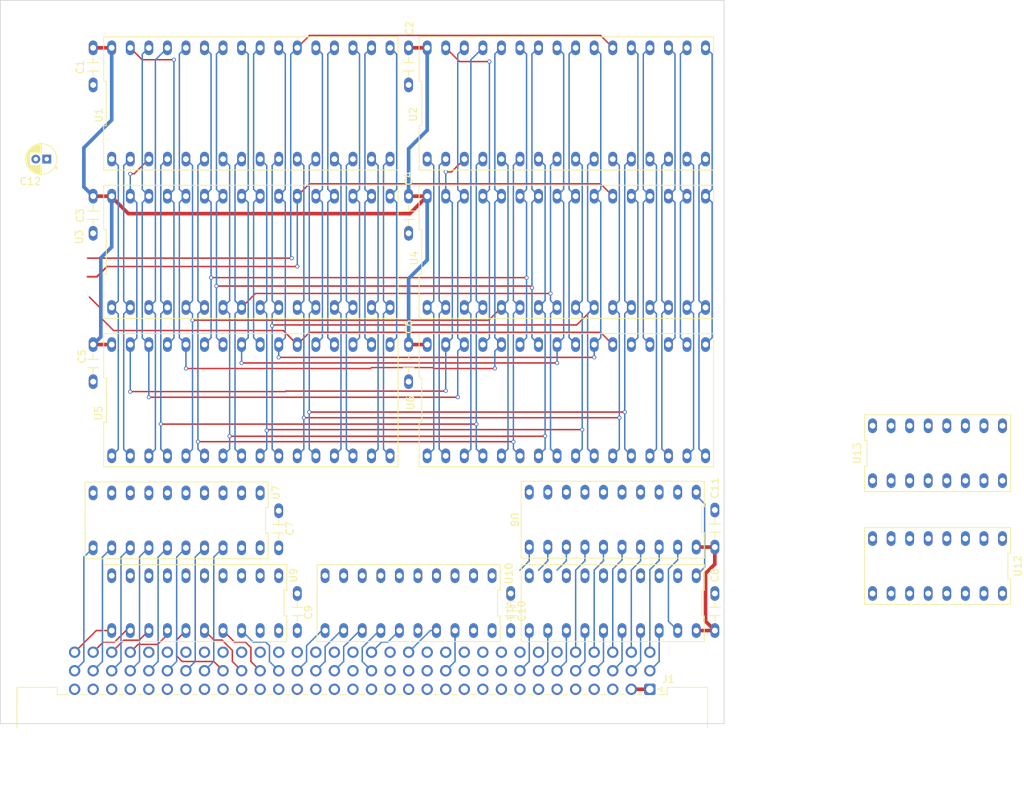
<source format=kicad_pcb>
(kicad_pcb (version 20211014) (generator pcbnew)
  (layers (0 "F.Cu" signal) (1 "In1.Cu" signal) (2 "In2.Cu" signal) (31 "B.Cu" signal) (34 "B.Paste" user) (35 "F.Paste" user) (36 "B.SilkS" user "B.Silkscreen") (37 "F.SilkS" user "F.Silkscreen") (38 "B.Mask" user) (39 "F.Mask" user) (44 "Edge.Cuts" user))
  (net 0 "")
  (net 1 "/A19")
  (net 2 "/A17")
  (net 3 "/A15")
  (net 4 "/A13")
  (net 5 "/A8")
  (net 6 "/A7")
  (net 7 "/A6")
  (net 8 "/A5")
  (net 9 "/A4")
  (net 10 "/A3")
  (net 11 "/A2")
  (net 12 "/A1")
  (net 13 "/D0")
  (net 14 "/D1")
  (net 15 "/D2")
  (net 16 "GND")
  (net 17 "/D3")
  (net 18 "/D4")
  (net 19 "/D5")
  (net 20 "/D6")
  (net 21 "/D7")
  (net 22 "/A11")
  (net 23 "/~RD_L")
  (net 24 "/A12")
  (net 25 "/A10")
  (net 26 "/A9")
  (net 27 "/A14")
  (net 28 "/~WR_L")
  (net 29 "/A18")
  (net 30 "/A16")
  (net 31 "+5V")
  (net 32 "/D8")
  (net 33 "/D9")
  (net 34 "/D10")
  (net 35 "/D11")
  (net 36 "/D12")
  (net 37 "/D13")
  (net 38 "/D14")
  (net 39 "/D15")
  (net 40 "/~RD_U")
  (net 41 "/~WR_U")
  (net 42 "/TMP0")
  (net 43 "/TMP1")
  (net 44 "/TMP2")
  (net 45 "/TMP3")
  (net 46 "/TMP4")
  (net 47 "/TMP5")
  (net 48 "/TMP10")
  (net 49 "/TMP11")
  (net 50 "/TMP12")
  (net 51 "/TMP13")
  (net 52 "/TMP14")
  (net 53 "/TMP15")
  (net 54 "/TMP16")
  (net 55 "/~A23")
  (net 56 "/~A22")
  (net 57 "/~A21")
  (net 58 "/~A20")
  (net 59 "/A23")
  (net 60 "/A22")
  (net 61 "/A21")
  (net 62 "/A20")
  (net 63 "/~AS")
  (net 64 "/~UDS")
  (net 65 "/~LDS")
  (net 66 "/~DTACK")
  (net 67 "/~BG")
  (net 68 "/~BGACK")
  (net 69 "/~BR")
  (net 70 "/CLK")
  (net 71 "/~HALT")
  (net 72 "/~RST")
  (net 73 "/~VMA")
  (net 74 "/E")
  (net 75 "/~VPA")
  (net 76 "/R{slash}~W")
  (net 77 "/~BERR")
  (net 78 "/~IPL2")
  (net 79 "/~IPL1")
  (net 80 "/~IPL0")
  (net 81 "/FC2")
  (net 82 "/FC1")
  (net 83 "/FC0")
  (net 84 "/BA19")
  (net 85 "/BA17")
  (net 86 "/BA15")
  (net 87 "/BA13")
  (net 88 "/BA8")
  (net 89 "/BA7")
  (net 90 "/BA6")
  (net 91 "/BA5")
  (net 92 "/BA4")
  (net 93 "/BA3")
  (net 94 "/BA2")
  (net 95 "/BA1")
  (net 96 "/BD0")
  (net 97 "/BD1")
  (net 98 "/BD2")
  (net 99 "/BD3")
  (net 100 "/BD4")
  (net 101 "/BD5")
  (net 102 "/BD6")
  (net 103 "/BD7")
  (net 104 "/BA11")
  (net 105 "/BA12")
  (net 106 "/BA10")
  (net 107 "/BA9")
  (net 108 "/BA14")
  (net 109 "/BA18")
  (net 110 "/BA16")
  (net 111 "/BD8")
  (net 112 "/BD9")
  (net 113 "/BD10")
  (net 114 "/BD11")
  (net 115 "/BD12")
  (net 116 "/BD13")
  (net 117 "/BD14")
  (net 118 "/BD15")
  (net 119 "/~BS")
  (net 120 "/TMP17")
  (net 121 "/TMP18")
  (net 122 "/TMP19")
  (net 123 "/~BS_0")
  (net 124 "/~BWR_L")
  (net 125 "/~BRD_L")
  (net 126 "/~BWR_U")
  (net 127 "/~BRD_U")
  (net 128 "/~BS_1")
  (net 129 "/~BS_2")
  (footprint "Footpp:DIP-2_200_ELL" (layer "F.Cu") (at 26.67 24.28 180)
    (fp_text reference "C1")
    (fp_text value "100n")
  )
  (footprint "Footpp:DIP-20" (layer "F.Cu") (at 38.1 86.46 180)
    (fp_text reference "U7")
    (fp_text value "74HC245")
  )
  (footprint "Capacitor_THT:CP_Radial_D4.0mm_P1.50mm" (layer "F.Cu") (at 20.32 36.98 180)
    (fp_text reference "C12")
    (fp_text value "C_Polarized")
  )
  (footprint "Footpp:DIP-20" (layer "F.Cu") (at 97.79 97.79 180)
    (fp_text reference "U11")
    (fp_text value "74HC245")
  )
  (footprint "Footpp:DIP-2_200_ELL" (layer "F.Cu") (at 69.85 44.6 180)
    (fp_text reference "C4")
    (fp_text value "100n")
  )
  (footprint "Footpp:DIP-2_200_ELL" (layer "F.Cu") (at 54.61 99.01)
    (fp_text reference "C9")
    (fp_text value "100n")
  )
  (footprint "Footpp:DIP-2_200_ELL" (layer "F.Cu") (at 111.76 99.01)
    (fp_text reference "C8")
    (fp_text value "100n")
  )
  (footprint "Footpp:DIP-2_200_ELL" (layer "F.Cu") (at 69.85 24.28 180)
    (fp_text reference "C2")
    (fp_text value "100n")
  )
  (footprint "Footpp:DIP-20" (layer "F.Cu") (at 97.79 86.36 180)
    (fp_text reference "U8")
    (fp_text value "74HC245")
  )
  (footprint "Footpp:DIP-32_600_ELL" (layer "F.Cu") (at 91.44 49.68)
    (fp_text reference "U4")
    (fp_text value "AS6C4008-55PCN")
  )
  (footprint "Footpp:DIP-2_200_ELL" (layer "F.Cu") (at 26.67 44.6 180)
    (fp_text reference "C3")
    (fp_text value "100n")
  )
  (footprint "Footpp:DIP-2_200_ELL" (layer "F.Cu") (at 26.67 64.92 180)
    (fp_text reference "C5")
    (fp_text value "100n")
  )
  (footprint "Footpp:DIP-20" (layer "F.Cu") (at 69.85 97.79 180)
    (fp_text reference "U10")
    (fp_text value "74HC245")
  )
  (footprint "Footpp:DIP-2_200_ELL" (layer "F.Cu") (at 52.07 87.68)
    (fp_text reference "C7")
    (fp_text value "100n")
  )
  (footprint "Footpp:DIP-32_600_ELL" (layer "F.Cu") (at 91.44 70)
    (fp_text reference "U6")
    (fp_text value "AS6C4008-55PCN")
  )
  (footprint "Footpp:DIP-16" (layer "F.Cu") (at 142.24 77.26)
    (fp_text reference "U13")
    (fp_text value "74LS138")
  )
  (footprint "Footpp:DIP-16" (layer "F.Cu") (at 142.24 92.71 180)
    (fp_text reference "U12")
    (fp_text value "74LS85")
  )
  (footprint "Footpp:DIP-32_600_ELL" (layer "F.Cu") (at 91.44 29.36)
    (fp_text reference "U2")
    (fp_text value "SST39F040")
  )
  (footprint "Footpp:DIP-2_200_ELL" (layer "F.Cu") (at 69.85 64.92 180)
    (fp_text reference "C6")
    (fp_text value "100n")
  )
  (footprint "Footpp:DIP-32_600_ELL" (layer "F.Cu") (at 48.26 49.68)
    (fp_text reference "U3")
    (fp_text value "AS6C4008-55PCN")
  )
  (footprint "Footpp:DIP-20" (layer "F.Cu") (at 40.64 97.79 180)
    (fp_text reference "U9")
    (fp_text value "74HC245")
  )
  (footprint "Footpp:DIP-32_600_ELL" (layer "F.Cu") (at 48.26 29.36)
    (fp_text reference "U1")
    (fp_text value "SST39F040")
  )
  (footprint "Connector_DIN:DIN41612_R_3x32_Male_Horizontal_THT" (layer "F.Cu") (at 102.87 109.595 180)
    (fp_text reference "J1")
    (fp_text value "3x32")
  )
  (footprint "Footpp:DIP-32_600_ELL" (layer "F.Cu") (at 48.26 70)
    (fp_text reference "U5")
    (fp_text value "AS6C4008-55PCN")
  )
  (footprint "Footpp:DIP-2_200_ELL" (layer "F.Cu") (at 111.76 87.58)
    (fp_text reference "C11")
    (fp_text value "100n")
  )
  (footprint "Footpp:DIP-2_200_ELL" (layer "F.Cu") (at 83.82 99.01)
    (fp_text reference "C10")
    (fp_text value "100n")
  )
  (gr_rect (start 13.97 15.24) (end 113.03 114.3) (layer "Edge.Cuts") (width 0.1) (fill none))
  (segment (start 60.96 105.785) (end 60.96 103.759) (width 0.2) (layer "B.Cu") (net 1))
  (segment (start 63.169 101.55) (end 63.5 101.55) (width 0.2) (layer "B.Cu") (net 1))
  (segment (start 59.69 107.055) (end 60.96 105.785) (width 0.2) (layer "B.Cu") (net 1))
  (segment (start 60.96 103.759) (end 63.169 101.55) (width 0.2) (layer "B.Cu") (net 1))
  (segment (start 57.962 101.55) (end 58.42 101.55) (width 0.2) (layer "B.Cu") (net 2))
  (segment (start 55.88 105.785) (end 55.88 103.632) (width 0.2) (layer "B.Cu") (net 2))
  (segment (start 54.61 107.055) (end 55.88 105.785) (width 0.2) (layer "B.Cu") (net 2))
  (segment (start 55.88 103.632) (end 57.962 101.55) (width 0.2) (layer "B.Cu") (net 2))
  (segment (start 47.498 103.124) (end 48.26 103.886) (width 0.2) (layer "F.Cu") (net 3))
  (segment (start 48.26 103.886) (end 48.26 105.785) (width 0.2) (layer "F.Cu") (net 3))
  (segment (start 44.45 101.55) (end 46.024 103.124) (width 0.2) (layer "F.Cu") (net 3))
  (segment (start 46.024 103.124) (end 47.498 103.124) (width 0.2) (layer "F.Cu") (net 3))
  (segment (start 48.26 105.785) (end 49.53 107.055) (width 0.2) (layer "F.Cu") (net 3))
  (segment (start 43.186 105.791) (end 44.45 107.055) (width 0.2) (layer "F.Cu") (net 4))
  (segment (start 38.1 105.029) (end 38.862 105.791) (width 0.2) (layer "F.Cu") (net 4))
  (segment (start 39.37 101.55) (end 38.1 102.82) (width 0.2) (layer "F.Cu") (net 4))
  (segment (start 38.1 102.82) (end 38.1 105.029) (width 0.2) (layer "F.Cu") (net 4))
  (segment (start 38.862 105.791) (end 43.186 105.791) (width 0.2) (layer "F.Cu") (net 4))
  (segment (start 31.75 107.055) (end 33.02 105.785) (width 0.2) (layer "B.Cu") (net 5))
  (segment (start 34.24 90.22) (end 34.29 90.22) (width 0.2) (layer "B.Cu") (net 5))
  (segment (start 33.02 91.44) (end 34.24 90.22) (width 0.2) (layer "B.Cu") (net 5))
  (segment (start 33.02 105.785) (end 33.02 91.44) (width 0.2) (layer "B.Cu") (net 5))
  (segment (start 29.21 107.055) (end 30.48 105.785) (width 0.2) (layer "B.Cu") (net 6))
  (segment (start 30.48 105.785) (end 30.48 91.49) (width 0.2) (layer "B.Cu") (net 6))
  (segment (start 30.48 91.49) (end 31.75 90.22) (width 0.2) (layer "B.Cu") (net 6))
  (segment (start 27.94 105.785) (end 27.94 91.49) (width 0.2) (layer "B.Cu") (net 7))
  (segment (start 27.94 91.49) (end 29.21 90.22) (width 0.2) (layer "B.Cu") (net 7))
  (segment (start 26.67 107.055) (end 27.94 105.785) (width 0.2) (layer "B.Cu") (net 7))
  (segment (start 25.4 91.49) (end 26.67 90.22) (width 0.2) (layer "B.Cu") (net 8))
  (segment (start 24.13 107.055) (end 25.4 105.785) (width 0.2) (layer "B.Cu") (net 8))
  (segment (start 25.4 105.785) (end 25.4 91.49) (width 0.2) (layer "B.Cu") (net 8))
  (segment (start 27.095 101.55) (end 24.13 104.515) (width 0.2) (layer "F.Cu") (net 9))
  (segment (start 29.21 101.55) (end 27.095 101.55) (width 0.2) (layer "F.Cu") (net 9))
  (segment (start 28.061 103.124) (end 26.67 104.515) (width 0.2) (layer "F.Cu") (net 10))
  (segment (start 31.165 101.55) (end 29.591 103.124) (width 0.2) (layer "F.Cu") (net 10))
  (segment (start 31.75 101.55) (end 31.165 101.55) (width 0.2) (layer "F.Cu") (net 10))
  (segment (start 29.591 103.124) (end 28.061 103.124) (width 0.2) (layer "F.Cu") (net 10))
  (segment (start 29.21 104.515) (end 30.855 102.87) (width 0.2) (layer "F.Cu") (net 11))
  (segment (start 30.855 102.87) (end 32.97 102.87) (width 0.2) (layer "F.Cu") (net 11))
  (segment (start 32.97 102.87) (end 34.29 101.55) (width 0.2) (layer "F.Cu") (net 11))
  (segment (start 31.75 104.515) (end 32.824511 103.440489) (width 0.2) (layer "F.Cu") (net 12))
  (segment (start 35.497511 103.440489) (end 36.83 102.108) (width 0.2) (layer "F.Cu") (net 12))
  (segment (start 32.824511 103.440489) (end 35.497511 103.440489) (width 0.2) (layer "F.Cu") (net 12))
  (segment (start 36.83 102.108) (end 36.83 101.55) (width 0.2) (layer "F.Cu") (net 12))
  (segment (start 92.71 104.515) (end 92.71 93.268) (width 0.2) (layer "B.Cu") (net 13))
  (segment (start 92.71 93.268) (end 93.98 91.998) (width 0.2) (layer "B.Cu") (net 13))
  (segment (start 93.98 91.998) (end 93.98 90.17) (width 0.2) (layer "B.Cu") (net 13))
  (segment (start 95.25 93.268) (end 96.52 91.998) (width 0.2) (layer "B.Cu") (net 14))
  (segment (start 96.52 91.998) (end 96.52 90.17) (width 0.2) (layer "B.Cu") (net 14))
  (segment (start 95.25 93.268) (end 95.25 104.515) (width 0.2) (layer "B.Cu") (net 14))
  (segment (start 97.79 104.515) (end 97.79 93.141) (width 0.2) (layer "B.Cu") (net 15))
  (segment (start 97.79 93.141) (end 99.06 91.871) (width 0.2) (layer "B.Cu") (net 15))
  (segment (start 99.06 91.871) (end 99.06 90.043) (width 0.2) (layer "B.Cu") (net 15))
  (segment (start 66.41048 37.85652) (end 67.31 36.957) (width 0.2) (layer "B.Cu") (net 16))
  (segment (start 109.59048 58.15352) (end 110.49 57.254) (width 0.2) (layer "B.Cu") (net 16))
  (segment (start 66.41048 58.17652) (end 67.31 57.277) (width 0.2) (layer "B.Cu") (net 16))
  (segment (start 66.41048 76.69748) (end 66.41048 58.17652) (width 0.2) (layer "B.Cu") (net 16))
  (segment (start 109.59048 76.67448) (end 109.59048 58.15352) (width 0.2) (layer "B.Cu") (net 16))
  (segment (start 110.49 57.254) (end 109.59048 56.35448) (width 0.2) (layer "B.Cu") (net 16))
  (segment (start 67.31 77.597) (end 66.41048 76.69748) (width 0.2) (layer "B.Cu") (net 16))
  (segment (start 67.31 57.277) (end 66.41048 56.37748) (width 0.2) (layer "B.Cu") (net 16))
  (segment (start 109.59048 56.35448) (end 109.59048 37.83352) (width 0.2) (layer "B.Cu") (net 16))
  (segment (start 110.49 77.574) (end 109.59048 76.67448) (width 0.2) (layer "B.Cu") (net 16))
  (segment (start 66.41048 56.37748) (end 66.41048 37.85652) (width 0.2) (layer "B.Cu") (net 16))
  (segment (start 109.59048 37.83352) (end 110.49 36.934) (width 0.2) (layer "B.Cu") (net 16))
  (segment (start 101.6 91.998) (end 100.33 93.268) (width 0.2) (layer "B.Cu") (net 17))
  (segment (start 101.6 90.17) (end 101.6 91.998) (width 0.2) (layer "B.Cu") (net 17))
  (segment (start 100.33 93.268) (end 100.33 104.515) (width 0.2) (layer "B.Cu") (net 17))
  (segment (start 102.87 93.218) (end 104.14 91.948) (width 0.2) (layer "B.Cu") (net 18))
  (segment (start 104.14 91.948) (end 104.14 90.12) (width 0.2) (layer "B.Cu") (net 18))
  (segment (start 102.87 104.515) (end 102.87 93.218) (width 0.2) (layer "B.Cu") (net 18))
  (segment (start 102.87 107.055) (end 104.14 105.785) (width 0.2) (layer "B.Cu") (net 19))
  (segment (start 104.14 105.785) (end 104.14 101.55) (width 0.2) (layer "B.Cu") (net 19))
  (segment (start 101.6 105.785) (end 101.6 101.55) (width 0.2) (layer "B.Cu") (net 20))
  (segment (start 100.33 107.055) (end 101.6 105.785) (width 0.2) (layer "B.Cu") (net 20))
  (segment (start 97.79 107.055) (end 99.06 105.785) (width 0.2) (layer "B.Cu") (net 21))
  (segment (start 99.06 105.785) (end 99.06 101.55) (width 0.2) (layer "B.Cu") (net 21))
  (segment (start 39.37 107.055) (end 40.64 105.785) (width 0.2) (layer "B.Cu") (net 22))
  (segment (start 40.64 91.49) (end 41.91 90.22) (width 0.2) (layer "B.Cu") (net 22))
  (segment (start 40.64 105.785) (end 40.64 91.49) (width 0.2) (layer "B.Cu") (net 22))
  (segment (start 76.2 101.55) (end 76.2 105.785) (width 0.2) (layer "B.Cu") (net 23))
  (segment (start 76.2 105.785) (end 74.93 107.055) (width 0.2) (layer "B.Cu") (net 23))
  (segment (start 41.91 107.055) (end 43.18 105.785) (width 0.2) (layer "B.Cu") (net 24))
  (segment (start 43.18 91.49) (end 44.45 90.22) (width 0.2) (layer "B.Cu") (net 24))
  (segment (start 43.18 105.785) (end 43.18 91.49) (width 0.2) (layer "B.Cu") (net 24))
  (segment (start 38.1 105.785) (end 38.1 91.49) (width 0.2) (layer "B.Cu") (net 25))
  (segment (start 38.1 91.49) (end 39.37 90.22) (width 0.2) (layer "B.Cu") (net 25))
  (segment (start 36.83 107.055) (end 38.1 105.785) (width 0.2) (layer "B.Cu") (net 25))
  (segment (start 35.56 105.785) (end 35.56 91.49) (width 0.2) (layer "B.Cu") (net 26))
  (segment (start 35.56 91.49) (end 36.83 90.22) (width 0.2) (layer "B.Cu") (net 26))
  (segment (start 34.29 107.055) (end 35.56 105.785) (width 0.2) (layer "B.Cu") (net 26))
  (segment (start 46.99 107.055) (end 45.72 105.785) (width 0.2) (layer "F.Cu") (net 27))
  (segment (start 44.304109 102.84952) (end 43.20952 102.84952) (width 0.2) (layer "F.Cu") (net 27))
  (segment (start 43.20952 102.84952) (end 41.91 101.55) (width 0.2) (layer "F.Cu") (net 27))
  (segment (start 45.72 105.785) (end 45.72 104.265411) (width 0.2) (layer "F.Cu") (net 27))
  (segment (start 45.72 104.265411) (end 44.304109 102.84952) (width 0.2) (layer "F.Cu") (net 27))
  (segment (start 65.836 101.55) (end 66.04 101.55) (width 0.2) (layer "B.Cu") (net 28))
  (segment (start 64.77 107.055) (end 63.5 105.785) (width 0.2) (layer "B.Cu") (net 28))
  (segment (start 63.5 103.886) (end 65.836 101.55) (width 0.2) (layer "B.Cu") (net 28))
  (segment (start 63.5 105.785) (end 63.5 103.886) (width 0.2) (layer "B.Cu") (net 28))
  (segment (start 57.15 107.055) (end 58.42 105.785) (width 0.2) (layer "B.Cu") (net 29))
  (segment (start 60.629 101.55) (end 60.96 101.55) (width 0.2) (layer "B.Cu") (net 29))
  (segment (start 58.42 105.785) (end 58.42 103.759) (width 0.2) (layer "B.Cu") (net 29))
  (segment (start 58.42 103.759) (end 60.629 101.55) (width 0.2) (layer "B.Cu") (net 29))
  (segment (start 50.8 103.632) (end 50.292 103.124) (width 0.2) (layer "B.Cu") (net 30))
  (segment (start 52.07 107.055) (end 50.8 105.785) (width 0.2) (layer "B.Cu") (net 30))
  (segment (start 50.8 105.785) (end 50.8 103.632) (width 0.2) (layer "B.Cu") (net 30))
  (segment (start 50.292 103.124) (end 48.564 103.124) (width 0.2) (layer "B.Cu") (net 30))
  (segment (start 48.564 103.124) (end 46.99 101.55) (width 0.2) (layer "B.Cu") (net 30))
  (segment (start 111.76 101.55) (end 109.22 101.55) (width 0.5) (layer "F.Cu") (net 31))
  (segment (start 102.87 109.595) (end 100.33 109.595) (width 0.5) (layer "F.Cu") (net 31))
  (segment (start 70 44.45) (end 31.496 44.45) (width 0.5) (layer "F.Cu") (net 31))
  (segment (start 111.76 92.456) (end 111.76 90.12) (width 0.5) (layer "F.Cu") (net 31))
  (segment (start 110.49 93.726) (end 111.76 92.456) (width 0.5) (layer "F.Cu") (net 31))
  (segment (start 110.49 100.28) (end 110.49 93.726) (width 0.5) (layer "F.Cu") (net 31))
  (segment (start 26.67 62.38) (end 29.21 62.38) (width 0.5) (layer "F.Cu") (net 31))
  (segment (start 31.496 44.45) (end 29.21 42.164) (width 0.5) (layer "F.Cu") (net 31))
  (segment (start 69.85 42.06) (end 72.39 42.06) (width 0.5) (layer "F.Cu") (net 31))
  (segment (start 69.85 21.74) (end 72.39 21.74) (width 0.5) (layer "F.Cu") (net 31))
  (segment (start 26.67 21.74) (end 29.21 21.74) (width 0.5) (layer "F.Cu") (net 31))
  (segment (start 111.76 101.55) (end 110.49 100.28) (width 0.5) (layer "F.Cu") (net 31))
  (segment (start 72.39 42.06) (end 70 44.45) (width 0.5) (layer "F.Cu") (net 31))
  (segment (start 69.85 62.38) (end 72.39 62.38) (width 0.5) (layer "F.Cu") (net 31))
  (segment (start 26.67 42.06) (end 29.21 42.06) (width 0.5) (layer "F.Cu") (net 31))
  (segment (start 111.76 90.12) (end 109.22 90.12) (width 0.5) (layer "F.Cu") (net 31))
  (segment (start 25.4 35.433) (end 25.4 36.98) (width 0.5) (layer "B.Cu") (net 31))
  (segment (start 27.71952 61.33048) (end 27.71952 50.51248) (width 0.5) (layer "B.Cu") (net 31))
  (segment (start 26.67 62.38) (end 27.71952 61.33048) (width 0.5) (layer "B.Cu") (net 31))
  (segment (start 25.4 36.98) (end 25.4 40.79) (width 0.5) (layer "B.Cu") (net 31))
  (segment (start 27.71952 50.51248) (end 29.21 49.022) (width 0.5) (layer "B.Cu") (net 31))
  (segment (start 25.4 40.79) (end 26.67 42.06) (width 0.5) (layer "B.Cu") (net 31))
  (segment (start 69.85 62.38) (end 69.85 53.34) (width 0.5) (layer "B.Cu") (net 31))
  (segment (start 25.4 35.433) (end 29.21 31.623) (width 0.5) (layer "B.Cu") (net 31))
  (segment (start 69.85 35.56) (end 72.39 33.02) (width 0.5) (layer "B.Cu") (net 31))
  (segment (start 29.21 49.022) (end 29.21 42.06) (width 0.5) (layer "B.Cu") (net 31))
  (segment (start 72.39 50.8) (end 72.39 42.06) (width 0.5) (layer "B.Cu") (net 31))
  (segment (start 72.39 33.02) (end 72.39 21.74) (width 0.5) (layer "B.Cu") (net 31))
  (segment (start 69.85 53.34) (end 72.39 50.8) (width 0.5) (layer "B.Cu") (net 31))
  (segment (start 69.85 42.06) (end 69.85 35.56) (width 0.5) (layer "B.Cu") (net 31))
  (segment (start 29.21 31.623) (end 29.21 21.74) (width 0.5) (layer "B.Cu") (net 31))
  (segment (start 96.52 105.785) (end 96.52 101.55) (width 0.2) (layer "B.Cu") (net 32))
  (segment (start 95.25 107.055) (end 96.52 105.785) (width 0.2) (layer "B.Cu") (net 32))
  (segment (start 93.98 105.785) (end 92.71 107.055) (width 0.2) (layer "B.Cu") (net 33))
  (segment (start 93.98 101.55) (end 93.98 105.785) (width 0.2) (layer "B.Cu") (net 33))
  (segment (start 90.17 107.055) (end 91.44 105.785) (width 0.2) (layer "B.Cu") (net 34))
  (segment (start 91.44 105.785) (end 91.44 101.55) (width 0.2) (layer "B.Cu") (net 34))
  (segment (start 88.9 105.785) (end 87.63 107.055) (width 0.2) (layer "B.Cu") (net 35))
  (segment (start 88.9 101.55) (end 88.9 105.785) (width 0.2) (layer "B.Cu") (net 35))
  (segment (start 86.36 105.785) (end 85.09 107.055) (width 0.2) (layer "B.Cu") (net 36))
  (segment (start 86.36 101.55) (end 86.36 105.785) (width 0.2) (layer "B.Cu") (net 36))
  (segment (start 91.44 91.998) (end 91.44 90.17) (width 0.2) (layer "B.Cu") (net 37))
  (segment (start 90.17 93.268) (end 91.44 91.998) (width 0.2) (layer "B.Cu") (net 37))
  (segment (start 87.63 93.268) (end 88.9 91.998) (width 0.2) (layer "B.Cu") (net 38))
  (segment (start 88.9 91.998) (end 88.9 90.17) (width 0.2) (layer "B.Cu") (net 38))
  (segment (start 86.36 91.998) (end 86.36 90.17) (width 0.2) (layer "B.Cu") (net 39))
  (segment (start 85.09 93.268) (end 86.36 91.998) (width 0.2) (layer "B.Cu") (net 39))
  (segment (start 67.006 103.124) (end 68.58 101.55) (width 0.2) (layer "B.Cu") (net 40))
  (segment (start 64.77 104.515) (end 66.161 103.124) (width 0.2) (layer "B.Cu") (net 40))
  (segment (start 66.161 103.124) (end 67.006 103.124) (width 0.2) (layer "B.Cu") (net 40))
  (segment (start 72.815 101.55) (end 69.85 104.515) (width 0.2) (layer "B.Cu") (net 41))
  (segment (start 73.66 101.55) (end 72.815 101.55) (width 0.2) (layer "B.Cu") (net 41))
  (segment (start 109.22 94.03) (end 110.363 92.887) (width 0.2) (layer "B.Cu") (net 76))
  (segment (start 110.363 84.201) (end 109.22 83.058) (width 0.2) (layer "B.Cu") (net 76))
  (segment (start 109.22 83.058) (end 109.22 82.6) (width 0.2) (layer "B.Cu") (net 76))
  (segment (start 110.363 92.887) (end 110.363 84.201) (width 0.2) (layer "B.Cu") (net 76))
  (segment (start 73.28952 58.17652) (end 72.39 57.277) (width 0.2) (layer "B.Cu") (net 84))
  (segment (start 30.10952 56.40048) (end 30.10952 37.87952) (width 0.2) (layer "B.Cu") (net 84))
  (segment (start 72.39 57.277) (end 73.28952 56.37748) (width 0.2) (layer "B.Cu") (net 84))
  (segment (start 73.28952 56.37748) (end 73.28952 37.85652) (width 0.2) (layer "B.Cu") (net 84))
  (segment (start 72.39 77.597) (end 73.28952 76.69748) (width 0.2) (layer "B.Cu") (net 84))
  (segment (start 30.10952 76.72048) (end 30.10952 58.19952) (width 0.2) (layer "B.Cu") (net 84))
  (segment (start 30.10952 58.19952) (end 29.21 57.3) (width 0.2) (layer "B.Cu") (net 84))
  (segment (start 29.21 77.62) (end 30.10952 76.72048) (width 0.2) (layer "B.Cu") (net 84))
  (segment (start 29.21 57.3) (end 30.10952 56.40048) (width 0.2) (layer "B.Cu") (net 84))
  (segment (start 30.10952 37.87952) (end 29.21 36.98) (width 0.2) (layer "B.Cu") (net 84))
  (segment (start 73.28952 76.69748) (end 73.28952 58.17652) (width 0.2) (layer "B.Cu") (net 84))
  (segment (start 73.28952 37.85652) (end 72.39 36.957) (width 0.2) (layer "B.Cu") (net 84))
  (segment (start 74.93 57.277) (end 74.03048 56.37748) (width 0.2) (layer "B.Cu") (net 85))
  (segment (start 74.03048 76.69748) (end 74.03048 58.17652) (width 0.2) (layer "B.Cu") (net 85))
  (segment (start 30.85048 56.40048) (end 30.85048 37.87952) (width 0.2) (layer "B.Cu") (net 85))
  (segment (start 74.93 77.597) (end 74.03048 76.69748) (width 0.2) (layer "B.Cu") (net 85))
  (segment (start 30.85048 58.19952) (end 31.75 57.3) (width 0.2) (layer "B.Cu") (net 85))
  (segment (start 30.85048 76.72048) (end 30.85048 58.19952) (width 0.2) (layer "B.Cu") (net 85))
  (segment (start 31.75 77.62) (end 30.85048 76.72048) (width 0.2) (layer "B.Cu") (net 85))
  (segment (start 74.03048 37.85652) (end 74.93 36.957) (width 0.2) (layer "B.Cu") (net 85))
  (segment (start 31.75 57.3) (end 30.85048 56.40048) (width 0.2) (layer "B.Cu") (net 85))
  (segment (start 74.03048 56.37748) (end 74.03048 37.85652) (width 0.2) (layer "B.Cu") (net 85))
  (segment (start 30.85048 37.87952) (end 31.75 36.98) (width 0.2) (layer "B.Cu") (net 85))
  (segment (start 74.03048 58.17652) (end 74.93 57.277) (width 0.2) (layer "B.Cu") (net 85))
  (segment (start 77.47 57.3) (end 78.36952 56.40048) (width 0.2) (layer "B.Cu") (net 86))
  (segment (start 78.36952 23.38048) (end 80.01 21.74) (width 0.2) (layer "B.Cu") (net 86))
  (segment (start 35.18952 56.40048) (end 35.18952 23.38048) (width 0.2) (layer "B.Cu") (net 86))
  (segment (start 77.47 57.3) (end 78.36952 58.19952) (width 0.2) (layer "B.Cu") (net 86))
  (segment (start 78.36952 56.40048) (end 78.36952 23.38048) (width 0.2) (layer "B.Cu") (net 86))
  (segment (start 34.29 57.3) (end 35.18952 56.40048) (width 0.2) (layer "B.Cu") (net 86))
  (segment (start 35.18952 58.19952) (end 35.18952 76.72048) (width 0.2) (layer "B.Cu") (net 86))
  (segment (start 78.36952 58.19952) (end 78.36952 76.72048) (width 0.2) (layer "B.Cu") (net 86))
  (segment (start 34.29 57.3) (end 35.18952 58.19952) (width 0.2) (layer "B.Cu") (net 86))
  (segment (start 35.18952 23.38048) (end 36.83 21.74) (width 0.2) (layer "B.Cu") (net 86))
  (segment (start 35.18952 76.72048) (end 34.29 77.62) (width 0.2) (layer "B.Cu") (net 86))
  (segment (start 78.36952 76.72048) (end 77.47 77.62) (width 0.2) (layer "B.Cu") (net 86))
  (segment (start 35.941 73.279) (end 35.93048 73.26848) (width 0.2) (layer "F.Cu") (net 87))
  (segment (start 79.121 73.279) (end 35.941 73.279) (width 0.2) (layer "F.Cu") (net 87))
  (via (at 35.93048 73.26848) (size 0.55) (drill 0.35) (layers "F.Cu" "B.Cu") (net 87))
  (via (at 79.121 73.279) (size 0.55) (drill 0.35) (layers "F.Cu" "B.Cu") (net 87))
  (segment (start 35.93048 56.37748) (end 35.93048 37.85652) (width 0.2) (layer "B.Cu") (net 87))
  (segment (start 35.93048 37.85652) (end 36.83 36.957) (width 0.2) (layer "B.Cu") (net 87))
  (segment (start 36.83 77.597) (end 35.93048 76.69748) (width 0.2) (layer "B.Cu") (net 87))
  (segment (start 79.11048 76.67448) (end 79.11048 58.15352) (width 0.2) (layer "B.Cu") (net 87))
  (segment (start 35.93048 73.26848) (end 35.93048 58.17652) (width 0.2) (layer "B.Cu") (net 87))
  (segment (start 79.11048 56.35448) (end 79.11048 37.83352) (width 0.2) (layer "B.Cu") (net 87))
  (segment (start 80.01 77.574) (end 79.11048 76.67448) (width 0.2) (layer "B.Cu") (net 87))
  (segment (start 35.93048 76.69748) (end 35.93048 73.26848) (width 0.2) (layer "B.Cu") (net 87))
  (segment (start 79.11048 58.15352) (end 80.01 57.254) (width 0.2) (layer "B.Cu") (net 87))
  (segment (start 35.93048 58.17652) (end 36.83 57.277) (width 0.2) (layer "B.Cu") (net 87))
  (segment (start 79.11048 37.83352) (end 80.01 36.934) (width 0.2) (layer "B.Cu") (net 87))
  (segment (start 36.83 57.277) (end 35.93048 56.37748) (width 0.2) (layer "B.Cu") (net 87))
  (segment (start 80.01 57.254) (end 79.11048 56.35448) (width 0.2) (layer "B.Cu") (net 87))
  (segment (start 80.80552 59.04448) (end 40.26952 59.04448) (width 0.2) (layer "F.Cu") (net 88))
  (segment (start 82.55 57.3) (end 80.80552 59.04448) (width 0.2) (layer "F.Cu") (net 88))
  (via (at 40.26952 59.04448) (size 0.55) (drill 0.35) (layers "F.Cu" "B.Cu") (net 88))
  (segment (start 82.55 57.254) (end 83.44952 56.35448) (width 0.2) (layer "B.Cu") (net 88))
  (segment (start 39.37 77.597) (end 40.26952 76.69748) (width 0.2) (layer "B.Cu") (net 88))
  (segment (start 40.26952 76.69748) (end 40.26952 59.04448) (width 0.2) (layer "B.Cu") (net 88))
  (segment (start 82.55 77.574) (end 83.44952 76.67448) (width 0.2) (layer "B.Cu") (net 88))
  (segment (start 83.44952 37.83352) (end 82.55 36.934) (width 0.2) (layer "B.Cu") (net 88))
  (segment (start 83.44952 56.35448) (end 83.44952 37.83352) (width 0.2) (layer "B.Cu") (net 88))
  (segment (start 40.26952 56.37748) (end 40.26952 37.85652) (width 0.2) (layer "B.Cu") (net 88))
  (segment (start 83.44952 58.15352) (end 82.55 57.254) (width 0.2) (layer "B.Cu") (net 88))
  (segment (start 83.44952 76.67448) (end 83.44952 58.15352) (width 0.2) (layer "B.Cu") (net 88))
  (segment (start 40.26952 37.85652) (end 39.37 36.957) (width 0.2) (layer "B.Cu") (net 88))
  (segment (start 40.26952 59.04448) (end 40.26952 58.17652) (width 0.2) (layer "B.Cu") (net 88))
  (segment (start 40.26952 58.17652) (end 39.37 57.277) (width 0.2) (layer "B.Cu") (net 88))
  (segment (start 39.37 57.277) (end 40.26952 56.37748) (width 0.2) (layer "B.Cu") (net 88))
  (segment (start 84.16944 75.68148) (end 84.19048 75.70252) (width 0.2) (layer "F.Cu") (net 89))
  (segment (start 41.01048 75.68148) (end 84.16944 75.68148) (width 0.2) (layer "F.Cu") (net 89))
  (via (at 84.19048 75.70252) (size 0.55) (drill 0.35) (layers "F.Cu" "B.Cu") (net 89))
  (via (at 41.01048 75.68148) (size 0.55) (drill 0.35) (layers "F.Cu" "B.Cu") (net 89))
  (segment (start 84.19048 76.67448) (end 84.19048 75.70252) (width 0.2) (layer "B.Cu") (net 89))
  (segment (start 85.09 57.254) (end 84.19048 56.35448) (width 0.2) (layer "B.Cu") (net 89))
  (segment (start 41.01048 76.69748) (end 41.01048 58.17652) (width 0.2) (layer "B.Cu") (net 89))
  (segment (start 85.09 77.574) (end 84.19048 76.67448) (width 0.2) (layer "B.Cu") (net 89))
  (segment (start 41.01048 58.17652) (end 41.91 57.277) (width 0.2) (layer "B.Cu") (net 89))
  (segment (start 84.19048 75.70252) (end 84.19048 58.15352) (width 0.2) (layer "B.Cu") (net 89))
  (segment (start 41.91 57.277) (end 41.01048 56.37748) (width 0.2) (layer "B.Cu") (net 89))
  (segment (start 41.01048 37.85652) (end 41.91 36.957) (width 0.2) (layer "B.Cu") (net 89))
  (segment (start 41.01048 56.37748) (end 41.01048 37.85652) (width 0.2) (layer "B.Cu") (net 89))
  (segment (start 84.19048 56.35448) (end 84.19048 37.83352) (width 0.2) (layer "B.Cu") (net 89))
  (segment (start 84.19048 58.15352) (end 85.09 57.254) (width 0.2) (layer "B.Cu") (net 89))
  (segment (start 41.91 77.597) (end 41.01048 76.69748) (width 0.2) (layer "B.Cu") (net 89))
  (segment (start 84.19048 37.83352) (end 85.09 36.934) (width 0.2) (layer "B.Cu") (net 89))
  (segment (start 88.50848 74.94052) (end 88.52952 74.91948) (width 0.2) (layer "F.Cu") (net 90))
  (segment (start 45.34952 74.94052) (end 88.50848 74.94052) (width 0.2) (layer "F.Cu") (net 90))
  (via (at 45.34952 74.94052) (size 0.55) (drill 0.35) (layers "F.Cu" "B.Cu") (net 90))
  (via (at 88.52952 74.91948) (size 0.55) (drill 0.35) (layers "F.Cu" "B.Cu") (net 90))
  (segment (start 88.52952 58.15352) (end 87.63 57.254) (width 0.2) (layer "B.Cu") (net 90))
  (segment (start 45.34952 76.69748) (end 45.34952 74.94052) (width 0.2) (layer "B.Cu") (net 90))
  (segment (start 88.52952 74.91948) (end 88.52952 58.15352) (width 0.2) (layer "B.Cu") (net 90))
  (segment (start 87.63 57.254) (end 88.52952 56.35448) (width 0.2) (layer "B.Cu") (net 90))
  (segment (start 44.45 77.597) (end 45.34952 76.69748) (width 0.2) (layer "B.Cu") (net 90))
  (segment (start 45.34952 74.94052) (end 45.34952 58.17652) (width 0.2) (layer "B.Cu") (net 90))
  (segment (start 88.52952 37.83352) (end 87.63 36.934) (width 0.2) (layer "B.Cu") (net 90))
  (segment (start 45.34952 58.17652) (end 44.45 57.277) (width 0.2) (layer "B.Cu") (net 90))
  (segment (start 44.45 57.277) (end 45.34952 56.37748) (width 0.2) (layer "B.Cu") (net 90))
  (segment (start 87.63 77.574) (end 88.52952 76.67448) (width 0.2) (layer "B.Cu") (net 90))
  (segment (start 88.52952 76.67448) (end 88.52952 74.91948) (width 0.2) (layer "B.Cu") (net 90))
  (segment (start 45.34952 37.85652) (end 44.45 36.957) (width 0.2) (layer "B.Cu") (net 90))
  (segment (start 45.34952 56.37748) (end 45.34952 37.85652) (width 0.2) (layer "B.Cu") (net 90))
  (segment (start 88.52952 56.35448) (end 88.52952 37.83352) (width 0.2) (layer "B.Cu") (net 90))
  (segment (start 48.28952 55.97748) (end 48.88448 55.38252) (width 0.2) (layer "F.Cu") (net 91))
  (segment (start 48.28952 56.00048) (end 48.28952 55.97748) (width 0.2) (layer "F.Cu") (net 91))
  (segment (start 48.88448 55.38252) (end 89.27048 55.38252) (width 0.2) (layer "F.Cu") (net 91))
  (segment (start 46.99 57.3) (end 48.28952 56.00048) (width 0.2) (layer "F.Cu") (net 91))
  (via (at 89.27048 55.38252) (size 0.55) (drill 0.35) (layers "F.Cu" "B.Cu") (net 91))
  (segment (start 89.27048 56.35448) (end 89.27048 55.38252) (width 0.2) (layer "B.Cu") (net 91))
  (segment (start 89.27048 37.83352) (end 90.17 36.934) (width 0.2) (layer "B.Cu") (net 91))
  (segment (start 46.99 77.597) (end 46.09048 76.69748) (width 0.2) (layer "B.Cu") (net 91))
  (segment (start 89.27048 55.38252) (end 89.27048 37.83352) (width 0.2) (layer "B.Cu") (net 91))
  (segment (start 89.27048 58.15352) (end 90.17 57.254) (width 0.2) (layer "B.Cu") (net 91))
  (segment (start 90.17 77.574) (end 89.27048 76.67448) (width 0.2) (layer "B.Cu") (net 91))
  (segment (start 46.09048 76.69748) (end 46.09048 58.17652) (width 0.2) (layer "B.Cu") (net 91))
  (segment (start 46.09048 56.37748) (end 46.09048 37.85652) (width 0.2) (layer "B.Cu") (net 91))
  (segment (start 46.09048 37.85652) (end 46.99 36.957) (width 0.2) (layer "B.Cu") (net 91))
  (segment (start 46.09048 58.17652) (end 46.99 57.277) (width 0.2) (layer "B.Cu") (net 91))
  (segment (start 46.99 57.277) (end 46.09048 56.37748) (width 0.2) (layer "B.Cu") (net 91))
  (segment (start 89.27048 76.67448) (end 89.27048 58.15352) (width 0.2) (layer "B.Cu") (net 91))
  (segment (start 90.17 57.254) (end 89.27048 56.35448) (width 0.2) (layer "B.Cu") (net 91))
  (segment (start 50.42952 74.15748) (end 50.55652 74.03048) (width 0.2) (layer "F.Cu") (net 92))
  (segment (start 50.55652 74.03048) (end 93.60952 74.03048) (width 0.2) (layer "F.Cu") (net 92))
  (via (at 50.42952 74.15748) (size 0.55) (drill 0.35) (layers "F.Cu" "B.Cu") (net 92))
  (via (at 93.60952 74.03048) (size 0.55) (drill 0.35) (layers "F.Cu" "B.Cu") (net 92))
  (segment (start 93.60952 76.67448) (end 93.60952 74.03048) (width 0.2) (layer "B.Cu") (net 92))
  (segment (start 50.42952 37.85652) (end 49.53 36.957) (width 0.2) (layer "B.Cu") (net 92))
  (segment (start 93.60952 56.35448) (end 93.60952 37.83352) (width 0.2) (layer "B.Cu") (net 92))
  (segment (start 49.53 77.597) (end 50.42952 76.69748) (width 0.2) (layer "B.Cu") (net 92))
  (segment (start 49.53 57.277) (end 50.42952 56.37748) (width 0.2) (layer "B.Cu") (net 92))
  (segment (start 93.60952 74.03048) (end 93.60952 58.15352) (width 0.2) (layer "B.Cu") (net 92))
  (segment (start 93.60952 58.15352) (end 92.71 57.254) (width 0.2) (layer "B.Cu") (net 92))
  (segment (start 50.42952 76.69748) (end 50.42952 74.15748) (width 0.2) (layer "B.Cu") (net 92))
  (segment (start 50.42952 56.37748) (end 50.42952 37.85652) (width 0.2) (layer "B.Cu") (net 92))
  (segment (start 50.42952 58.17652) (end 49.53 57.277) (width 0.2) (layer "B.Cu") (net 92))
  (segment (start 50.42952 74.15748) (end 50.42952 58.17652) (width 0.2) (layer "B.Cu") (net 92))
  (segment (start 92.71 77.574) (end 93.60952 76.67448) (width 0.2) (layer "B.Cu") (net 92))
  (segment (start 92.71 57.254) (end 93.60952 56.35448) (width 0.2) (layer "B.Cu") (net 92))
  (segment (start 93.60952 37.83352) (end 92.71 36.934) (width 0.2) (layer "B.Cu") (net 92))
  (segment (start 92.86 59.69) (end 51.28696 59.69) (width 0.2) (layer "F.Cu") (net 93))
  (segment (start 51.28696 59.69) (end 51.17048 59.80648) (width 0.2) (layer "F.Cu") (net 93))
  (segment (start 95.25 57.3) (end 92.86 59.69) (width 0.2) (layer "F.Cu") (net 93))
  (via (at 51.17048 59.80648) (size 0.55) (drill 0.35) (layers "F.Cu" "B.Cu") (net 93))
  (segment (start 51.17048 59.80648) (end 51.17048 58.17652) (width 0.2) (layer "B.Cu") (net 93))
  (segment (start 51.17048 58.17652) (end 52.07 57.277) (width 0.2) (layer "B.Cu") (net 93))
  (segment (start 94.35048 76.67448) (end 94.35048 58.15352) (width 0.2) (layer "B.Cu") (net 93))
  (segment (start 51.17048 56.37748) (end 51.17048 37.85652) (width 0.2) (layer "B.Cu") (net 93))
  (segment (start 95.25 57.254) (end 94.35048 56.35448) (width 0.2) (layer "B.Cu") (net 93))
  (segment (start 52.07 57.277) (end 51.17048 56.37748) (width 0.2) (layer "B.Cu") (net 93))
  (segment (start 51.17048 37.85652) (end 52.07 36.957) (width 0.2) (layer "B.Cu") (net 93))
  (segment (start 94.35048 56.35448) (end 94.35048 37.83352) (width 0.2) (layer "B.Cu") (net 93))
  (segment (start 94.35048 58.15352) (end 95.25 57.254) (width 0.2) (layer "B.Cu") (net 93))
  (segment (start 95.25 77.574) (end 94.35048 76.67448) (width 0.2) (layer "B.Cu") (net 93))
  (segment (start 51.17048 76.69748) (end 51.17048 59.80648) (width 0.2) (layer "B.Cu") (net 93))
  (segment (start 94.35048 37.83352) (end 95.25 36.934) (width 0.2) (layer "B.Cu") (net 93))
  (segment (start 52.07 77.597) (end 51.17048 76.69748) (width 0.2) (layer "B.Cu") (net 93))
  (segment (start 55.50952 72.40052) (end 98.68952 72.40052) (width 0.2) (layer "F.Cu") (net 94))
  (via (at 98.68952 72.40052) (size 0.55) (drill 0.35) (layers "F.Cu" "B.Cu") (net 94))
  (via (at 55.50952 72.40052) (size 0.55) (drill 0.35) (layers "F.Cu" "B.Cu") (net 94))
  (segment (start 55.50952 56.37748) (end 55.50952 37.85652) (width 0.2) (layer "B.Cu") (net 94))
  (segment (start 54.61 57.277) (end 55.50952 56.37748) (width 0.2) (layer "B.Cu") (net 94))
  (segment (start 98.68952 72.40052) (end 98.68952 58.15352) (width 0.2) (layer "B.Cu") (net 94))
  (segment (start 98.68952 58.15352) (end 97.79 57.254) (width 0.2) (layer "B.Cu") (net 94))
  (segment (start 54.61 77.597) (end 55.50952 76.69748) (width 0.2) (layer "B.Cu") (net 94))
  (segment (start 55.50952 37.85652) (end 54.61 36.957) (width 0.2) (layer "B.Cu") (net 94))
  (segment (start 98.68952 76.67448) (end 98.68952 72.40052) (width 0.2) (layer "B.Cu") (net 94))
  (segment (start 98.68952 56.35448) (end 98.68952 37.83352) (width 0.2) (layer "B.Cu") (net 94))
  (segment (start 97.79 77.574) (end 98.68952 76.67448) (width 0.2) (layer "B.Cu") (net 94))
  (segment (start 55.50952 76.69748) (end 55.50952 72.40052) (width 0.2) (layer "B.Cu") (net 94))
  (segment (start 55.50952 72.40052) (end 55.50952 58.17652) (width 0.2) (layer "B.Cu") (net 94))
  (segment (start 55.50952 58.17652) (end 54.61 57.277) (width 0.2) (layer "B.Cu") (net 94))
  (segment (start 97.79 57.254) (end 98.68952 56.35448) (width 0.2) (layer "B.Cu") (net 94))
  (segment (start 98.68952 37.83352) (end 97.79 36.934) (width 0.2) (layer "B.Cu") (net 94))
  (segment (start 56.261 71.628) (end 99.41996 71.628) (width 0.2) (layer "F.Cu") (net 95))
  (segment (start 99.41996 71.628) (end 99.43048 71.63852) (width 0.2) (layer "F.Cu") (net 95))
  (segment (start 56.25048 71.63852) (end 56.261 71.628) (width 0.2) (layer "F.Cu") (net 95))
  (via (at 56.25048 71.63852) (size 0.55) (drill 0.35) (layers "F.Cu" "B.Cu") (net 95))
  (via (at 99.43048 71.63852) (size 0.55) (drill 0.35) (layers "F.Cu" "B.Cu") (net 95))
  (segment (start 56.25048 71.63852) (end 56.25048 58.17652) (width 0.2) (layer "B.Cu") (net 95))
  (segment (start 100.33 57.254) (end 99.43048 56.35448) (width 0.2) (layer "B.Cu") (net 95))
  (segment (start 99.43048 71.63852) (end 99.43048 58.15352) (width 0.2) (layer "B.Cu") (net 95))
  (segment (start 57.15 57.277) (end 56.25048 56.37748) (width 0.2) (layer "B.Cu") (net 95))
  (segment (start 56.25048 76.69748) (end 56.25048 71.63852) (width 0.2) (layer "B.Cu") (net 95))
  (segment (start 56.25048 58.17652) (end 57.15 57.277) (width 0.2) (layer "B.Cu") (net 95))
  (segment (start 56.25048 56.37748) (end 56.25048 37.85652) (width 0.2) (layer "B.Cu") (net 95))
  (segment (start 99.43048 56.35448) (end 99.43048 37.83352) (width 0.2) (layer "B.Cu") (net 95))
  (segment (start 56.25048 37.85652) (end 57.15 36.957) (width 0.2) (layer "B.Cu") (net 95))
  (segment (start 99.43048 37.83352) (end 100.33 36.934) (width 0.2) (layer "B.Cu") (net 95))
  (segment (start 99.43048 76.67448) (end 99.43048 71.63852) (width 0.2) (layer "B.Cu") (net 95))
  (segment (start 100.33 77.574) (end 99.43048 76.67448) (width 0.2) (layer "B.Cu") (net 95))
  (segment (start 99.43048 58.15352) (end 100.33 57.254) (width 0.2) (layer "B.Cu") (net 95))
  (segment (start 57.15 77.597) (end 56.25048 76.69748) (width 0.2) (layer "B.Cu") (net 95))
  (segment (start 102.87 57.254) (end 103.76952 56.35448) (width 0.2) (layer "B.Cu") (net 96))
  (segment (start 103.76952 76.67448) (end 103.76952 58.15352) (width 0.2) (layer "B.Cu") (net 96))
  (segment (start 103.76952 58.15352) (end 102.87 57.254) (width 0.2) (layer "B.Cu") (net 96))
  (segment (start 102.87 77.574) (end 103.76952 76.67448) (width 0.2) (layer "B.Cu") (net 96))
  (segment (start 103.76952 37.83352) (end 102.87 36.934) (width 0.2) (layer "B.Cu") (net 96))
  (segment (start 103.76952 56.35448) (end 103.76952 37.83352) (width 0.2) (layer "B.Cu") (net 96))
  (segment (start 104.51048 58.15352) (end 105.41 57.254) (width 0.2) (layer "B.Cu") (net 97))
  (segment (start 105.41 57.254) (end 104.51048 56.35448) (width 0.2) (layer "B.Cu") (net 97))
  (segment (start 105.41 77.574) (end 104.51048 76.67448) (width 0.2) (layer "B.Cu") (net 97))
  (segment (start 104.51048 76.67448) (end 104.51048 58.15352) (width 0.2) (layer "B.Cu") (net 97))
  (segment (start 104.51048 37.83352) (end 105.41 36.934) (width 0.2) (layer "B.Cu") (net 97))
  (segment (start 104.51048 56.35448) (end 104.51048 37.83352) (width 0.2) (layer "B.Cu") (net 97))
  (segment (start 108.84952 37.83352) (end 107.95 36.934) (width 0.2) (layer "B.Cu") (net 98))
  (segment (start 108.84952 58.15352) (end 107.95 57.254) (width 0.2) (layer "B.Cu") (net 98))
  (segment (start 108.84952 76.67448) (end 108.84952 58.15352) (width 0.2) (layer "B.Cu") (net 98))
  (segment (start 107.95 77.574) (end 108.84952 76.67448) (width 0.2) (layer "B.Cu") (net 98))
  (segment (start 107.95 57.254) (end 108.84952 56.35448) (width 0.2) (layer "B.Cu") (net 98))
  (segment (start 108.84952 56.35448) (end 108.84952 37.83352) (width 0.2) (layer "B.Cu") (net 98))
  (segment (start 111.38952 42.91352) (end 110.49 42.014) (width 0.2) (layer "B.Cu") (net 99))
  (segment (start 110.49 62.334) (end 111.38952 61.43448) (width 0.2) (layer "B.Cu") (net 99))
  (segment (start 110.49 42.014) (end 111.38952 41.11448) (width 0.2) (layer "B.Cu") (net 99))
  (segment (start 111.38952 41.11448) (end 111.38952 22.59352) (width 0.2) (layer "B.Cu") (net 99))
  (segment (start 111.38952 22.59352) (end 110.49 21.694) (width 0.2) (layer "B.Cu") (net 99))
  (segment (start 111.38952 61.43448) (end 111.38952 42.91352) (width 0.2) (layer "B.Cu") (net 99))
  (segment (start 107.05048 61.43448) (end 107.05048 42.91352) (width 0.2) (layer "B.Cu") (net 100))
  (segment (start 107.05048 42.91352) (end 107.95 42.014) (width 0.2) (layer "B.Cu") (net 100))
  (segment (start 107.05048 22.59352) (end 107.95 21.694) (width 0.2) (layer "B.Cu") (net 100))
  (segment (start 107.95 42.014) (end 107.05048 41.11448) (width 0.2) (layer "B.Cu") (net 100))
  (segment (start 107.05048 41.11448) (end 107.05048 22.59352) (width 0.2) (layer "B.Cu") (net 100))
  (segment (start 107.95 62.334) (end 107.05048 61.43448) (width 0.2) (layer "B.Cu") (net 100))
  (segment (start 105.41 42.014) (end 106.30952 41.11448) (width 0.2) (layer "B.Cu") (net 101))
  (segment (start 106.30952 41.11448) (end 106.30952 22.59352) (width 0.2) (layer "B.Cu") (net 101))
  (segment (start 106.30952 22.59352) (end 105.41 21.694) (width 0.2) (layer "B.Cu") (net 101))
  (segment (start 106.30952 42.91352) (end 105.41 42.014) (width 0.2) (layer "B.Cu") (net 101))
  (segment (start 106.30952 61.43448) (end 106.30952 42.91352) (width 0.2) (layer "B.Cu") (net 101))
  (segment (start 105.41 62.334) (end 106.30952 61.43448) (width 0.2) (layer "B.Cu") (net 101))
  (segment (start 101.97048 22.59352) (end 102.87 21.694) (width 0.2) (layer "B.Cu") (net 102))
  (segment (start 101.97048 41.11448) (end 101.97048 22.59352) (width 0.2) (layer "B.Cu") (net 102))
  (segment (start 101.97048 42.91352) (end 102.87 42.014) (width 0.2) (layer "B.Cu") (net 102))
  (segment (start 102.87 42.014) (end 101.97048 41.11448) (width 0.2) (layer "B.Cu") (net 102))
  (segment (start 102.87 62.334) (end 101.97048 61.43448) (width 0.2) (layer "B.Cu") (net 102))
  (segment (start 101.97048 61.43448) (end 101.97048 42.91352) (width 0.2) (layer "B.Cu") (net 102))
  (segment (start 100.33 62.334) (end 101.22952 61.43448) (width 0.2) (layer "B.Cu") (net 103))
  (segment (start 101.22952 42.91352) (end 100.33 42.014) (width 0.2) (layer "B.Cu") (net 103))
  (segment (start 101.22952 22.59352) (end 100.33 21.694) (width 0.2) (layer "B.Cu") (net 103))
  (segment (start 100.33 42.014) (end 101.22952 41.11448) (width 0.2) (layer "B.Cu") (net 103))
  (segment (start 101.22952 61.43448) (end 101.22952 42.91352) (width 0.2) (layer "B.Cu") (net 103))
  (segment (start 101.22952 41.11448) (end 101.22952 22.59352) (width 0.2) (layer "B.Cu") (net 103))
  (segment (start 52.07 64.135) (end 95.25 64.135) (width 0.2) (layer "F.Cu") (net 104))
  (via (at 52.07 64.135) (size 0.55) (drill 0.35) (layers "F.Cu" "B.Cu") (net 104))
  (via (at 95.25 64.135) (size 0.55) (drill 0.35) (layers "F.Cu" "B.Cu") (net 104))
  (segment (start 52.07 42.014) (end 52.96952 41.11448) (width 0.2) (layer "B.Cu") (net 104))
  (segment (start 52.96952 22.59352) (end 52.07 21.694) (width 0.2) (layer "B.Cu") (net 104))
  (segment (start 96.14952 22.59352) (end 95.25 21.694) (width 0.2) (layer "B.Cu") (net 104))
  (segment (start 95.25 64.135) (end 95.25 62.38) (width 0.2) (layer "B.Cu") (net 104))
  (segment (start 95.25 62.334) (end 96.14952 61.43448) (width 0.2) (layer "B.Cu") (net 104))
  (segment (start 52.07 64.135) (end 52.07 62.38) (width 0.2) (layer "B.Cu") (net 104))
  (segment (start 52.96952 42.91352) (end 52.07 42.014) (width 0.2) (layer "B.Cu") (net 104))
  (segment (start 95.25 42.014) (end 96.14952 41.11448) (width 0.2) (layer "B.Cu") (net 104))
  (segment (start 52.96952 61.43448) (end 52.96952 42.91352) (width 0.2) (layer "B.Cu") (net 104))
  (segment (start 96.14952 42.91352) (end 95.25 42.014) (width 0.2) (layer "B.Cu") (net 104))
  (segment (start 96.14952 61.43448) (end 96.14952 42.91352) (width 0.2) (layer "B.Cu") (net 104))
  (segment (start 96.14952 41.11448) (end 96.14952 22.59352) (width 0.2) (layer "B.Cu") (net 104))
  (segment (start 52.96952 41.11448) (end 52.96952 22.59352) (width 0.2) (layer "B.Cu") (net 104))
  (segment (start 52.07 62.334) (end 52.96952 61.43448) (width 0.2) (layer "B.Cu") (net 104))
  (segment (start 46.99 64.897) (end 90.17 64.897) (width 0.2) (layer "F.Cu") (net 105))
  (via (at 90.17 64.897) (size 0.55) (drill 0.35) (layers "F.Cu" "B.Cu") (net 105))
  (via (at 46.99 64.897) (size 0.55) (drill 0.35) (layers "F.Cu" "B.Cu") (net 105))
  (segment (start 91.06952 61.43448) (end 91.06952 42.91352) (width 0.2) (layer "B.Cu") (net 105))
  (segment (start 91.06952 22.59352) (end 90.17 21.694) (width 0.2) (layer "B.Cu") (net 105))
  (segment (start 90.17 64.897) (end 90.17 62.38) (width 0.2) (layer "B.Cu") (net 105))
  (segment (start 91.06952 42.91352) (end 90.17 42.014) (width 0.2) (layer "B.Cu") (net 105))
  (segment (start 90.17 42.014) (end 91.06952 41.11448) (width 0.2) (layer "B.Cu") (net 105))
  (segment (start 47.88952 42.91352) (end 46.99 42.014) (width 0.2) (layer "B.Cu") (net 105))
  (segment (start 47.88952 22.59352) (end 46.99 21.694) (width 0.2) (layer "B.Cu") (net 105))
  (segment (start 47.88952 41.11448) (end 47.88952 22.59352) (width 0.2) (layer "B.Cu") (net 105))
  (segment (start 91.06952 41.11448) (end 91.06952 22.59352) (width 0.2) (layer "B.Cu") (net 105))
  (segment (start 46.99 42.014) (end 47.88952 41.11448) (width 0.2) (layer "B.Cu") (net 105))
  (segment (start 47.88952 61.43448) (end 47.88952 42.91352) (width 0.2) (layer "B.Cu") (net 105))
  (segment (start 46.99 62.334) (end 47.88952 61.43448) (width 0.2) (layer "B.Cu") (net 105))
  (segment (start 46.99 64.897) (end 46.99 62.38) (width 0.2) (layer "B.Cu") (net 105))
  (segment (start 90.17 62.334) (end 91.06952 61.43448) (width 0.2) (layer "B.Cu") (net 105))
  (segment (start 86.49752 54.36652) (end 43.55048 54.36652) (width 0.2) (layer "F.Cu") (net 106))
  (segment (start 86.73048 54.59948) (end 86.49752 54.36652) (width 0.2) (layer "F.Cu") (net 106))
  (via (at 86.73048 54.59948) (size 0.55) (drill 0.35) (layers "F.Cu" "B.Cu") (net 106))
  (via (at 43.55048 54.36652) (size 0.55) (drill 0.35) (layers "F.Cu" "B.Cu") (net 106))
  (segment (start 43.55048 22.59352) (end 44.45 21.694) (width 0.2) (layer "B.Cu") (net 106))
  (segment (start 43.55048 54.36652) (end 43.55048 42.91352) (width 0.2) (layer "B.Cu") (net 106))
  (segment (start 86.73048 54.59948) (end 86.73048 42.91352) (width 0.2) (layer "B.Cu") (net 106))
  (segment (start 86.73048 61.43448) (end 86.73048 54.59948) (width 0.2) (layer "B.Cu") (net 106))
  (segment (start 43.55048 42.91352) (end 44.45 42.014) (width 0.2) (layer "B.Cu") (net 106))
  (segment (start 43.55048 41.11448) (end 43.55048 22.59352) (width 0.2) (layer "B.Cu") (net 106))
  (segment (start 44.45 62.334) (end 43.55048 61.43448) (width 0.2) (layer "B.Cu") (net 106))
  (segment (start 86.73048 22.59352) (end 87.63 21.694) (width 0.2) (layer "B.Cu") (net 106))
  (segment (start 86.73048 41.11448) (end 86.73048 22.59352) (width 0.2) (layer "B.Cu") (net 106))
  (segment (start 87.63 42.014) (end 86.73048 41.11448) (width 0.2) (layer "B.Cu") (net 106))
  (segment (start 86.73048 42.91352) (end 87.63 42.014) (width 0.2) (layer "B.Cu") (net 106))
  (segment (start 44.45 42.014) (end 43.55048 41.11448) (width 0.2) (layer "B.Cu") (net 106))
  (segment (start 87.63 62.334) (end 86.73048 61.43448) (width 0.2) (layer "B.Cu") (net 106))
  (segment (start 43.55048 61.43448) (end 43.55048 54.36652) (width 0.2) (layer "B.Cu") (net 106))
  (segment (start 85.98952 53.22352) (end 85.979 53.213) (width 0.2) (layer "F.Cu") (net 107))
  (segment (start 85.979 53.213) (end 42.82004 53.213) (width 0.2) (layer "F.Cu") (net 107))
  (segment (start 42.82004 53.213) (end 42.80952 53.22352) (width 0.2) (layer "F.Cu") (net 107))
  (via (at 85.98952 53.22352) (size 0.55) (drill 0.35) (layers "F.Cu" "B.Cu") (net 107))
  (via (at 42.80952 53.22352) (size 0.55) (drill 0.35) (layers "F.Cu" "B.Cu") (net 107))
  (segment (start 42.80952 22.59352) (end 41.91 21.694) (width 0.2) (layer "B.Cu") (net 107))
  (segment (start 42.80952 53.22352) (end 42.80952 42.91352) (width 0.2) (layer "B.Cu") (net 107))
  (segment (start 85.09 62.334) (end 85.98952 61.43448) (width 0.2) (layer "B.Cu") (net 107))
  (segment (start 41.91 62.334) (end 42.80952 61.43448) (width 0.2) (layer "B.Cu") (net 107))
  (segment (start 41.91 42.014) (end 42.80952 41.11448) (width 0.2) (layer "B.Cu") (net 107))
  (segment (start 85.98952 53.22352) (end 85.98952 42.91352) (width 0.2) (layer "B.Cu") (net 107))
  (segment (start 85.09 42.014) (end 85.98952 41.11448) (width 0.2) (layer "B.Cu") (net 107))
  (segment (start 42.80952 61.43448) (end 42.80952 53.22352) (width 0.2) (layer "B.Cu") (net 107))
  (segment (start 85.98952 61.43448) (end 85.98952 53.22352) (width 0.2) (layer "B.Cu") (net 107))
  (segment (start 85.98952 22.59352) (end 85.09 21.694) (width 0.2) (layer "B.Cu") (net 107))
  (segment (start 85.98952 41.11448) (end 85.98952 22.59352) (width 0.2) (layer "B.Cu") (net 107))
  (segment (start 85.98952 42.91352) (end 85.09 42.014) (width 0.2) (layer "B.Cu") (net 107))
  (segment (start 42.80952 41.11448) (end 42.80952 22.59352) (width 0.2) (layer "B.Cu") (net 107))
  (segment (start 42.80952 42.91352) (end 41.91 42.014) (width 0.2) (layer "B.Cu") (net 107))
  (segment (start 81.63996 65.659) (end 81.65048 65.64848) (width 0.2) (layer "F.Cu") (net 108))
  (segment (start 73.279 65.659) (end 81.63996 65.659) (width 0.2) (layer "F.Cu") (net 108))
  (segment (start 64.643 65.659) (end 64.77 65.532) (width 0.2) (layer "F.Cu") (net 108))
  (segment (start 73.152 65.532) (end 73.279 65.659) (width 0.2) (layer "F.Cu") (net 108))
  (segment (start 39.37 65.659) (end 64.643 65.659) (width 0.2) (layer "F.Cu") (net 108))
  (segment (start 64.77 65.532) (end 73.152 65.532) (width 0.2) (layer "F.Cu") (net 108))
  (via (at 81.65048 65.64848) (size 0.55) (drill 0.35) (layers "F.Cu" "B.Cu") (net 108))
  (via (at 39.37 65.659) (size 0.55) (drill 0.35) (layers "F.Cu" "B.Cu") (net 108))
  (segment (start 38.47048 41.11448) (end 38.47048 22.59352) (width 0.2) (layer "B.Cu") (net 108))
  (segment (start 81.65048 42.91352) (end 82.55 42.014) (width 0.2) (layer "B.Cu") (net 108))
  (segment (start 82.55 42.014) (end 81.65048 41.11448) (width 0.2) (layer "B.Cu") (net 108))
  (segment (start 82.55 62.38) (end 81.65048 63.27952) (width 0.2) (layer "B.Cu") (net 108))
  (segment (start 39.37 62.334) (end 38.47048 61.43448) (width 0.2) (layer "B.Cu") (net 108))
  (segment (start 38.47048 61.43448) (end 38.47048 42.91352) (width 0.2) (layer "B.Cu") (net 108))
  (segment (start 81.65048 22.59352) (end 82.55 21.694) (width 0.2) (layer "B.Cu") (net 108))
  (segment (start 81.65048 61.43448) (end 81.65048 42.91352) (width 0.2) (layer "B.Cu") (net 108))
  (segment (start 81.65048 41.11448) (end 81.65048 22.59352) (width 0.2) (layer "B.Cu") (net 108))
  (segment (start 39.37 42.014) (end 38.47048 41.11448) (width 0.2) (layer "B.Cu") (net 108))
  (segment (start 38.47048 22.59352) (end 39.37 21.694) (width 0.2) (layer "B.Cu") (net 108))
  (segment (start 82.55 62.334) (end 81.65048 61.43448) (width 0.2) (layer "B.Cu") (net 108))
  (segment (start 39.37 65.659) (end 39.37 62.38) (width 0.2) (layer "B.Cu") (net 108))
  (segment (start 38.47048 42.91352) (end 39.37 42.014) (width 0.2) (layer "B.Cu") (net 108))
  (segment (start 81.65048 63.27952) (end 81.65048 65.64848) (width 0.2) (layer "B.Cu") (net 108))
  (segment (start 34.29 69.596) (end 76.55996 69.596) (width 0.2) (layer "F.Cu") (net 109))
  (segment (start 76.55996 69.596) (end 76.57048 69.58548) (width 0.2) (layer "F.Cu") (net 109))
  (via (at 34.29 69.596) (size 0.55) (drill 0.35) (layers "F.Cu" "B.Cu") (net 109))
  (via (at 76.57048 69.58548) (size 0.55) (drill 0.35) (layers "F.Cu" "B.Cu") (net 109))
  (segment (start 33.39048 61.45748) (end 33.39048 42.93652) (width 0.2) (layer "B.Cu") (net 109))
  (segment (start 34.29 62.38) (end 34.29 69.596) (width 0.2) (layer "B.Cu") (net 109))
  (segment (start 34.29 62.357) (end 33.39048 61.45748) (width 0.2) (layer "B.Cu") (net 109))
  (segment (start 76.57048 22.61652) (end 77.47 21.717) (width 0.2) (layer "B.Cu") (net 109))
  (segment (start 76.57048 41.13748) (end 76.57048 22.61652) (width 0.2) (layer "B.Cu") (net 109))
  (segment (start 77.47 62.357) (end 76.57048 61.45748) (width 0.2) (layer "B.Cu") (net 109))
  (segment (start 33.39048 22.61652) (end 34.29 21.717) (width 0.2) (layer "B.Cu") (net 109))
  (segment (start 76.57048 42.93652) (end 77.47 42.037) (width 0.2) (layer "B.Cu") (net 109))
  (segment (start 33.39048 41.13748) (end 33.39048 22.61652) (width 0.2) (layer "B.Cu") (net 109))
  (segment (start 77.47 42.037) (end 76.57048 41.13748) (width 0.2) (layer "B.Cu") (net 109))
  (segment (start 34.29 42.037) (end 33.39048 41.13748) (width 0.2) (layer "B.Cu") (net 109))
  (segment (start 77.47 62.38) (end 76.57048 63.27952) (width 0.2) (layer "B.Cu") (net 109))
  (segment (start 76.57048 61.45748) (end 76.57048 42.93652) (width 0.2) (layer "B.Cu") (net 109))
  (segment (start 33.39048 42.93652) (end 34.29 42.037) (width 0.2) (layer "B.Cu") (net 109))
  (segment (start 76.57048 63.27952) (end 76.57048 69.58548) (width 0.2) (layer "B.Cu") (net 109))
  (segment (start 31.76052 68.82348) (end 31.75 68.834) (width 0.2) (layer "F.Cu") (net 110))
  (segment (start 53.03348 68.75952) (end 52.96952 68.82348) (width 0.2) (layer "F.Cu") (net 110))
  (segment (start 74.87748 68.75952) (end 74.93 68.707) (width 0.2) (layer "F.Cu") (net 110))
  (segment (start 75.715 38.735) (end 77.47 36.98) (width 0.2) (layer "F.Cu") (net 110))
  (segment (start 32.281 38.989) (end 34.29 36.98) (width 0.2) (layer "F.Cu") (net 110))
  (segment (start 53.03348 68.75952) (end 74.87748 68.75952) (width 0.2) (layer "F.Cu") (net 110))
  (segment (start 74.93 38.735) (end 75.715 38.735) (width 0.2) (layer "F.Cu") (net 110))
  (segment (start 52.96952 68.82348) (end 31.76052 68.82348) (width 0.2) (layer "F.Cu") (net 110))
  (segment (start 31.75 38.989) (end 32.281 38.989) (width 0.2) (layer "F.Cu") (net 110))
  (via (at 74.93 38.735) (size 0.55) (drill 0.35) (layers "F.Cu" "B.Cu") (net 110))
  (via (at 31.75 38.989) (size 0.55) (drill 0.35) (layers "F.Cu" "B.Cu") (net 110))
  (via (at 31.75 68.834) (size 0.55) (drill 0.35) (layers "F.Cu" "B.Cu") (net 110))
  (via (at 74.93 68.707) (size 0.55) (drill 0.35) (layers "F.Cu" "B.Cu") (net 110))
  (segment (start 31.75 68.834) (end 31.75 62.38) (width 0.2) (layer "B.Cu") (net 110))
  (segment (start 75.82952 42.95952) (end 75.82952 61.48048) (width 0.2) (layer "B.Cu") (net 110))
  (segment (start 31.75 42.06) (end 32.64952 42.95952) (width 0.2) (layer "B.Cu") (net 110))
  (segment (start 74.93 68.707) (end 74.93 62.38) (width 0.2) (layer "B.Cu") (net 110))
  (segment (start 32.64952 61.48048) (end 31.75 62.38) (width 0.2) (layer "B.Cu") (net 110))
  (segment (start 31.75 42.06) (end 31.75 38.989) (width 0.2) (layer "B.Cu") (net 110))
  (segment (start 74.93 42.06) (end 75.82952 42.95952) (width 0.2) (layer "B.Cu") (net 110))
  (segment (start 74.93 42.06) (end 74.93 38.735) (width 0.2) (layer "B.Cu") (net 110))
  (segment (start 32.64952 42.95952) (end 32.64952 61.48048) (width 0.2) (layer "B.Cu") (net 110))
  (segment (start 75.82952 61.48048) (end 74.93 62.38) (width 0.2) (layer "B.Cu") (net 110))
  (segment (start 59.69 77.597) (end 60.58952 76.69748) (width 0.2) (layer "B.Cu") (net 111))
  (segment (start 60.58952 58.17652) (end 59.69 57.277) (width 0.2) (layer "B.Cu") (net 111))
  (segment (start 59.69 57.277) (end 60.58952 56.37748) (width 0.2) (layer "B.Cu") (net 111))
  (segment (start 60.58952 56.37748) (end 60.58952 37.85652) (width 0.2) (layer "B.Cu") (net 111))
  (segment (start 60.58952 37.85652) (end 59.69 36.957) (width 0.2) (layer "B.Cu") (net 111))
  (segment (start 60.58952 76.69748) (end 60.58952 58.17652) (width 0.2) (layer "B.Cu") (net 111))
  (segment (start 61.33048 56.37748) (end 61.33048 37.85652) (width 0.2) (layer "B.Cu") (net 112))
  (segment (start 61.33048 76.69748) (end 61.33048 58.17652) (width 0.2) (layer "B.Cu") (net 112))
  (segment (start 62.23 77.597) (end 61.33048 76.69748) (width 0.2) (layer "B.Cu") (net 112))
  (segment (start 61.33048 37.85652) (end 62.23 36.957) (width 0.2) (layer "B.Cu") (net 112))
  (segment (start 61.33048 58.17652) (end 62.23 57.277) (width 0.2) (layer "B.Cu") (net 112))
  (segment (start 62.23 57.277) (end 61.33048 56.37748) (width 0.2) (layer "B.Cu") (net 112))
  (segment (start 65.66952 37.85652) (end 64.77 36.957) (width 0.2) (layer "B.Cu") (net 113))
  (segment (start 65.66952 56.37748) (end 65.66952 37.85652) (width 0.2) (layer "B.Cu") (net 113))
  (segment (start 64.77 57.277) (end 65.66952 56.37748) (width 0.2) (layer "B.Cu") (net 113))
  (segment (start 64.77 77.597) (end 65.66952 76.69748) (width 0.2) (layer "B.Cu") (net 113))
  (segment (start 65.66952 58.17652) (end 64.77 57.277) (width 0.2) (layer "B.Cu") (net 113))
  (segment (start 65.66952 76.69748) (end 65.66952 58.17652) (width 0.2) (layer "B.Cu") (net 113))
  (segment (start 68.20952 22.59352) (end 67.31 21.694) (width 0.2) (layer "B.Cu") (net 114))
  (segment (start 67.31 42.014) (end 68.20952 41.11448) (width 0.2) (layer "B.Cu") (net 114))
  (segment (start 68.20952 42.91352) (end 67.31 42.014) (width 0.2) (layer "B.Cu") (net 114))
  (segment (start 68.20952 41.11448) (end 68.20952 22.59352) (width 0.2) (layer "B.Cu") (net 114))
  (segment (start 68.20952 61.43448) (end 68.20952 42.91352) (width 0.2) (layer "B.Cu") (net 114))
  (segment (start 67.31 62.334) (end 68.20952 61.43448) (width 0.2) (layer "B.Cu") (net 114))
  (segment (start 64.77 62.334) (end 63.87048 61.43448) (width 0.2) (layer "B.Cu") (net 115))
  (segment (start 63.87048 61.43448) (end 63.87048 42.91352) (width 0.2) (layer "B.Cu") (net 115))
  (segment (start 64.77 42.014) (end 63.87048 41.11448) (width 0.2) (layer "B.Cu") (net 115))
  (segment (start 63.87048 22.59352) (end 64.77 21.694) (width 0.2) (layer "B.Cu") (net 115))
  (segment (start 63.87048 42.91352) (end 64.77 42.014) (width 0.2) (layer "B.Cu") (net 115))
  (segment (start 63.87048 41.11448) (end 63.87048 22.59352) (width 0.2) (layer "B.Cu") (net 115))
  (segment (start 63.12952 42.91352) (end 62.23 42.014) (width 0.2) (layer "B.Cu") (net 116))
  (segment (start 62.23 42.014) (end 63.12952 41.11448) (width 0.2) (layer "B.Cu") (net 116))
  (segment (start 63.12952 22.59352) (end 62.23 21.694) (width 0.2) (layer "B.Cu") (net 116))
  (segment (start 62.23 62.334) (end 63.12952 61.43448) (width 0.2) (layer "B.Cu") (net 116))
  (segment (start 63.12952 41.11448) (end 63.12952 22.59352) (width 0.2) (layer "B.Cu") (net 116))
  (segment (start 63.12952 61.43448) (end 63.12952 42.91352) (width 0.2) (layer "B.Cu") (net 116))
  (segment (start 58.79048 42.91352) (end 59.69 42.014) (width 0.2) (layer "B.Cu") (net 117))
  (segment (start 58.79048 61.43448) (end 58.79048 42.91352) (width 0.2) (layer "B.Cu") (net 117))
  (segment (start 58.79048 22.59352) (end 59.69 21.694) (width 0.2) (layer "B.Cu") (net 117))
  (segment (start 59.69 42.014) (end 58.79048 41.11448) (width 0.2) (layer "B.Cu") (net 117))
  (segment (start 59.69 62.334) (end 58.79048 61.43448) (width 0.2) (layer "B.Cu") (net 117))
  (segment (start 58.79048 41.11448) (end 58.79048 22.59352) (width 0.2) (layer "B.Cu") (net 117))
  (segment (start 58.04952 42.91352) (end 57.15 42.014) (width 0.2) (layer "B.Cu") (net 118))
  (segment (start 58.04952 61.43448) (end 58.04952 42.91352) (width 0.2) (layer "B.Cu") (net 118))
  (segment (start 57.15 42.014) (end 58.04952 41.11448) (width 0.2) (layer "B.Cu") (net 118))
  (segment (start 58.04952 41.11448) (end 58.04952 22.59352) (width 0.2) (layer "B.Cu") (net 118))
  (segment (start 57.15 62.334) (end 58.04952 61.43448) (width 0.2) (layer "B.Cu") (net 118))
  (segment (start 58.04952 22.59352) (end 57.15 21.694) (width 0.2) (layer "B.Cu") (net 118))
  (segment (start 105.41 93.141) (end 105.41 100.28) (width 0.2) (layer "B.Cu") (net 119))
  (segment (start 105.41 93.141) (end 106.68 91.871) (width 0.2) (layer "B.Cu") (net 119))
  (segment (start 105.41 100.28) (end 106.68 101.55) (width 0.2) (layer "B.Cu") (net 119))
  (segment (start 106.68 91.871) (end 106.68 90.043) (width 0.2) (layer "B.Cu") (net 119))
  (segment (start 54.61 62.38) (end 52.682 60.452) (width 0.2) (layer "F.Cu") (net 123))
  (segment (start 26.152 55.87) (end 27.686 57.404) (width 0.2) (layer "F.Cu") (net 123))
  (segment (start 29.464 60.452) (end 52.682 60.452) (width 0.2) (layer "F.Cu") (net 123))
  (segment (start 27.686 58.674) (end 29.464 60.452) (width 0.2) (layer "F.Cu") (net 123))
  (segment (start 53.519 61.289) (end 52.682 60.452) (width 0.2) (layer "F.Cu") (net 123))
  (segment (start 56.284 60.706) (end 96.116 60.706) (width 0.2) (layer "F.Cu") (net 123))
  (segment (start 27.686 57.404) (end 27.686 58.674) (width 0.2) (layer "F.Cu") (net 123))
  (segment (start 54.61 62.38) (end 56.284 60.706) (width 0.2) (layer "F.Cu") (net 123))
  (segment (start 96.116 60.706) (end 97.79 62.38) (width 0.2) (layer "F.Cu") (net 123))
  (segment (start 54.61 62.38) (end 53.519 61.289) (width 0.2) (layer "F.Cu") (net 123))
  (segment (start 76.812 23.622) (end 74.93 21.74) (width 0.2) (layer "F.Cu") (net 124))
  (segment (start 80.899 23.622) (end 76.812 23.622) (width 0.2) (layer "F.Cu") (net 124))
  (via (at 80.899 23.622) (size 0.55) (drill 0.35) (layers "F.Cu" "B.Cu") (net 124))
  (segment (start 80.90952 42.95952) (end 80.90952 61.48048) (width 0.2) (layer "B.Cu") (net 124))
  (segment (start 80.01 42.06) (end 80.90952 42.95952) (width 0.2) (layer "B.Cu") (net 124))
  (segment (start 80.90952 41.16048) (end 80.90952 23.63252) (width 0.2) (layer "B.Cu") (net 124))
  (segment (start 80.01 42.06) (end 80.90952 41.16048) (width 0.2) (layer "B.Cu") (net 124))
  (segment (start 80.90952 23.63252) (end 80.899 23.622) (width 0.2) (layer "B.Cu") (net 124))
  (segment (start 80.90952 61.48048) (end 80.01 62.38) (width 0.2) (layer "B.Cu") (net 124))
  (segment (start 91.81048 22.59352) (end 92.71 21.694) (width 0.2) (layer "B.Cu") (net 125))
  (segment (start 91.81048 42.91352) (end 92.71 42.014) (width 0.2) (layer "B.Cu") (net 125))
  (segment (start 91.81048 61.43448) (end 91.81048 42.91352) (width 0.2) (layer "B.Cu") (net 125))
  (segment (start 92.71 42.014) (end 91.81048 41.11448) (width 0.2) (layer "B.Cu") (net 125))
  (segment (start 91.81048 41.11448) (end 91.81048 22.59352) (width 0.2) (layer "B.Cu") (net 125))
  (segment (start 92.71 62.334) (end 91.81048 61.43448) (width 0.2) (layer "B.Cu") (net 125))
  (segment (start 33.378 23.368) (end 31.75 21.74) (width 0.2) (layer "F.Cu") (net 126))
  (segment (start 37.719 23.368) (end 33.378 23.368) (width 0.2) (layer "F.Cu") (net 126))
  (via (at 37.719 23.368) (size 0.55) (drill 0.35) (layers "F.Cu" "B.Cu") (net 126))
  (segment (start 37.72952 41.16048) (end 37.72952 23.37852) (width 0.2) (layer "B.Cu") (net 126))
  (segment (start 36.83 42.06) (end 37.72952 41.16048) (width 0.2) (layer "B.Cu") (net 126))
  (segment (start 36.83 62.38) (end 37.72952 61.48048) (width 0.2) (layer "B.Cu") (net 126))
  (segment (start 37.72952 42.95952) (end 36.83 42.06) (width 0.2) (layer "B.Cu") (net 126))
  (segment (start 37.72952 23.37852) (end 37.719 23.368) (width 0.2) (layer "B.Cu") (net 126))
  (segment (start 37.72952 61.48048) (end 37.72952 42.95952) (width 0.2) (layer "B.Cu") (net 126))
  (segment (start 48.63048 22.59352) (end 49.53 21.694) (width 0.2) (layer "B.Cu") (net 127))
  (segment (start 48.63048 42.91352) (end 49.53 42.014) (width 0.2) (layer "B.Cu") (net 127))
  (segment (start 49.53 42.014) (end 48.63048 41.11448) (width 0.2) (layer "B.Cu") (net 127))
  (segment (start 48.63048 61.43448) (end 48.63048 42.91352) (width 0.2) (layer "B.Cu") (net 127))
  (segment (start 48.63048 41.11448) (end 48.63048 22.59352) (width 0.2) (layer "B.Cu") (net 127))
  (segment (start 49.53 62.334) (end 48.63048 61.43448) (width 0.2) (layer "B.Cu") (net 127))
  (segment (start 96.116 40.363) (end 97.79 42.037) (width 0.2) (layer "F.Cu") (net 128))
  (segment (start 25.898 53.086) (end 27.178 53.086) (width 0.25) (layer "F.Cu") (net 128))
  (segment (start 54.61 42.037) (end 56.284 40.363) (width 0.2) (layer "F.Cu") (net 128))
  (segment (start 28.575 51.689) (end 54.61 51.689) (width 0.2) (layer "F.Cu") (net 128))
  (segment (start 27.178 53.086) (end 28.575 51.689) (width 0.25) (layer "F.Cu") (net 128))
  (segment (start 56.284 40.363) (end 96.116 40.363) (width 0.2) (layer "F.Cu") (net 128))
  (via (at 54.61 51.689) (size 0.55) (drill 0.35) (layers "F.Cu" "B.Cu") (net 128))
  (segment (start 54.61 51.689) (end 54.61 42.06) (width 0.2) (layer "B.Cu") (net 128))
  (segment (start 54.61 21.717) (end 56.284 20.043) (width 0.2) (layer "F.Cu") (net 129))
  (segment (start 56.284 20.043) (end 96.116 20.043) (width 0.2) (layer "F.Cu") (net 129))
  (segment (start 96.116 20.043) (end 97.79 21.717) (width 0.2) (layer "F.Cu") (net 129))
  (segment (start 25.898 50.546) (end 53.848 50.546) (width 0.2) (layer "F.Cu") (net 129))
  (via (at 53.848 50.546) (size 0.55) (drill 0.35) (layers "F.Cu" "B.Cu") (net 129))
  (segment (start 53.71048 22.63952) (end 53.71048 50.40848) (width 0.2) (layer "B.Cu") (net 129))
  (segment (start 54.61 21.74) (end 53.71048 22.63952) (width 0.2) (layer "B.Cu") (net 129))
  (segment (start 53.71048 50.40848) (end 53.848 50.546) (width 0.2) (layer "B.Cu") (net 129))
)
</source>
